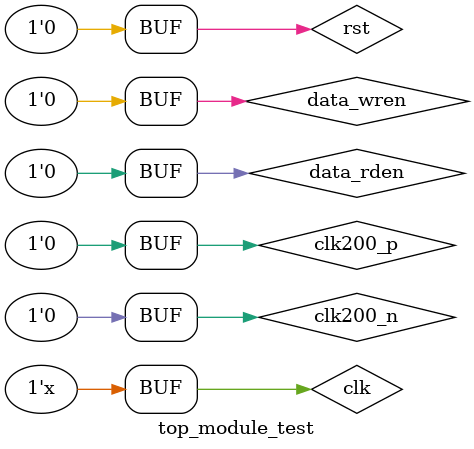
<source format=v>
`timescale 1ns / 1ps


module top_module_test;

	// Inputs
	reg clk;
	reg rst;
	reg data_wren;
	reg data_rden;
	reg clk200_p;
	reg clk200_n;

	// Outputs
	wire [12:0] ddr2_a;
	wire [1:0] ddr2_ba;
	wire ddr2_ras_n;
	wire ddr2_cas_n;
	wire ddr2_we_n;
	wire [0:0] ddr2_cs_n;
	wire [0:0] ddr2_odt;
	wire [0:0] ddr2_cke;
	wire [7:0] ddr2_dm;
	wire phy_init_done;
	wire [1:0] ddr2_ck;
	wire [1:0] ddr2_ck_n;

	// Bidirs
	wire [63:0] ddr2_dq;
	wire [7:0] ddr2_dqs;
	wire [7:0] ddr2_dqs_n;

	// Instantiate the Unit Under Test (UUT)
	top_module uut (
		.clk(clk), 
		.rst(rst), 
		.data_wren(data_wren), 
		.data_rden(data_rden), 
		.ddr2_dq(ddr2_dq), 
		.ddr2_a(ddr2_a), 
		.ddr2_ba(ddr2_ba), 
		.ddr2_ras_n(ddr2_ras_n), 
		.ddr2_cas_n(ddr2_cas_n), 
		.ddr2_we_n(ddr2_we_n), 
		.ddr2_cs_n(ddr2_cs_n), 
		.ddr2_odt(ddr2_odt), 
		.ddr2_cke(ddr2_cke), 
		.ddr2_dm(ddr2_dm), 
		.clk200_p(clk200_p), 
		.clk200_n(clk200_n), 
		.phy_init_done(phy_init_done), 
		.ddr2_dqs(ddr2_dqs), 
		.ddr2_dqs_n(ddr2_dqs_n), 
		.ddr2_ck(ddr2_ck), 
		.ddr2_ck_n(ddr2_ck_n)
	);

	initial begin
		// Initialize Inputs
		clk = 0;
		rst = 1;
		data_wren = 0;
		data_rden = 0;
		clk200_p = 0;
		clk200_n = 0;

		// Wait 100 ns for global reset to finish
		#100;
        rst = 0;
		
		#20
		data_wren = 1;
		#100
		data_wren = 0;
		#60
		data_wren = 1;
		#500
		data_wren = 0;
		data_rden = 0;
		#100
		data_rden = 1;
		#1700
		data_rden = 0;
		// Add stimulus here

	end
	
	always begin
		#10 clk = !clk;
	end
      
endmodule


</source>
